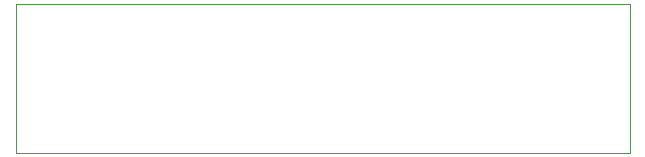
<source format=gm1>
G04 #@! TF.GenerationSoftware,KiCad,Pcbnew,9.0.6*
G04 #@! TF.CreationDate,2025-12-16T13:32:32+01:00*
G04 #@! TF.ProjectId,USB,5553422e-6b69-4636-9164-5f7063625858,rev?*
G04 #@! TF.SameCoordinates,Original*
G04 #@! TF.FileFunction,Profile,NP*
%FSLAX46Y46*%
G04 Gerber Fmt 4.6, Leading zero omitted, Abs format (unit mm)*
G04 Created by KiCad (PCBNEW 9.0.6) date 2025-12-16 13:32:32*
%MOMM*%
%LPD*%
G01*
G04 APERTURE LIST*
G04 #@! TA.AperFunction,Profile*
%ADD10C,0.050000*%
G04 #@! TD*
G04 APERTURE END LIST*
D10*
X231000000Y-111500000D02*
X283000000Y-111500000D01*
X283000000Y-124100000D01*
X231000000Y-124100000D01*
X231000000Y-111500000D01*
M02*

</source>
